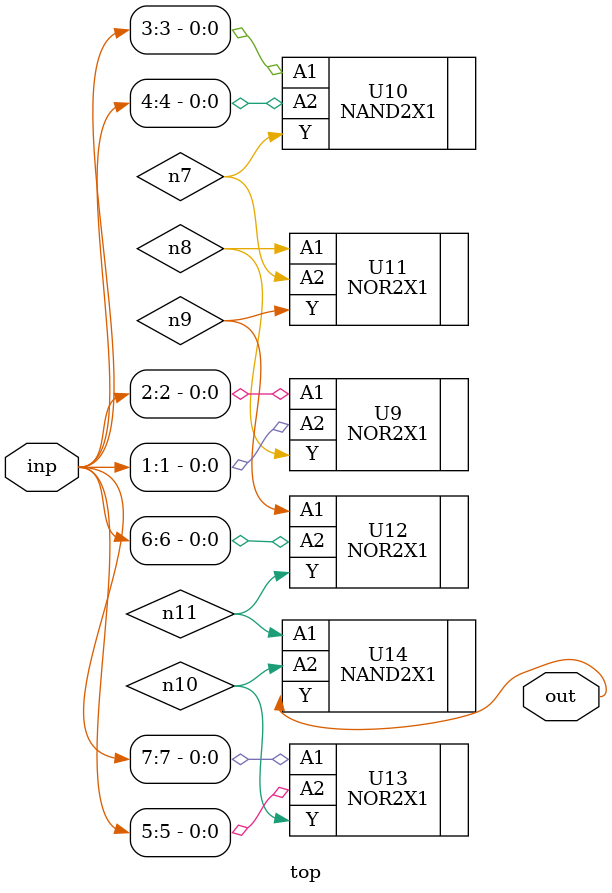
<source format=sv>


module top ( inp, out );
  input [7:0] inp;
  output out;
  wire   n7, n8, n9, n10, n11;

  NOR2X1 U9 ( .A1(inp[2]), .A2(inp[1]), .Y(n8) );
  NAND2X1 U10 ( .A1(inp[3]), .A2(inp[4]), .Y(n7) );
  NOR2X1 U11 ( .A1(n8), .A2(n7), .Y(n9) );
  NOR2X1 U12 ( .A1(n9), .A2(inp[6]), .Y(n11) );
  NOR2X1 U13 ( .A1(inp[7]), .A2(inp[5]), .Y(n10) );
  NAND2X1 U14 ( .A1(n11), .A2(n10), .Y(out) );
endmodule


</source>
